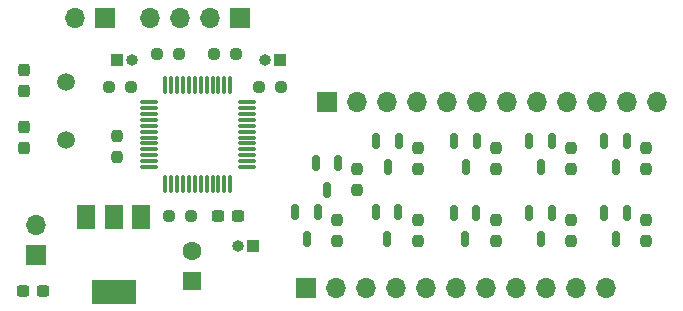
<source format=gbr>
%TF.GenerationSoftware,KiCad,Pcbnew,7.0.9*%
%TF.CreationDate,2025-01-22T01:01:42+01:00*%
%TF.ProjectId,MaotekEDP,4d616f74-656b-4454-9450-2e6b69636164,rev?*%
%TF.SameCoordinates,Original*%
%TF.FileFunction,Soldermask,Top*%
%TF.FilePolarity,Negative*%
%FSLAX46Y46*%
G04 Gerber Fmt 4.6, Leading zero omitted, Abs format (unit mm)*
G04 Created by KiCad (PCBNEW 7.0.9) date 2025-01-22 01:01:42*
%MOMM*%
%LPD*%
G01*
G04 APERTURE LIST*
G04 Aperture macros list*
%AMRoundRect*
0 Rectangle with rounded corners*
0 $1 Rounding radius*
0 $2 $3 $4 $5 $6 $7 $8 $9 X,Y pos of 4 corners*
0 Add a 4 corners polygon primitive as box body*
4,1,4,$2,$3,$4,$5,$6,$7,$8,$9,$2,$3,0*
0 Add four circle primitives for the rounded corners*
1,1,$1+$1,$2,$3*
1,1,$1+$1,$4,$5*
1,1,$1+$1,$6,$7*
1,1,$1+$1,$8,$9*
0 Add four rect primitives between the rounded corners*
20,1,$1+$1,$2,$3,$4,$5,0*
20,1,$1+$1,$4,$5,$6,$7,0*
20,1,$1+$1,$6,$7,$8,$9,0*
20,1,$1+$1,$8,$9,$2,$3,0*%
G04 Aperture macros list end*
%ADD10R,1.700000X1.700000*%
%ADD11O,1.700000X1.700000*%
%ADD12C,1.500000*%
%ADD13RoundRect,0.237500X-0.300000X-0.237500X0.300000X-0.237500X0.300000X0.237500X-0.300000X0.237500X0*%
%ADD14RoundRect,0.237500X0.237500X-0.250000X0.237500X0.250000X-0.237500X0.250000X-0.237500X-0.250000X0*%
%ADD15RoundRect,0.237500X-0.237500X0.250000X-0.237500X-0.250000X0.237500X-0.250000X0.237500X0.250000X0*%
%ADD16RoundRect,0.237500X0.250000X0.237500X-0.250000X0.237500X-0.250000X-0.237500X0.250000X-0.237500X0*%
%ADD17RoundRect,0.150000X-0.150000X0.512500X-0.150000X-0.512500X0.150000X-0.512500X0.150000X0.512500X0*%
%ADD18R,1.000000X1.000000*%
%ADD19O,1.000000X1.000000*%
%ADD20RoundRect,0.237500X-0.237500X0.300000X-0.237500X-0.300000X0.237500X-0.300000X0.237500X0.300000X0*%
%ADD21RoundRect,0.237500X0.300000X0.237500X-0.300000X0.237500X-0.300000X-0.237500X0.300000X-0.237500X0*%
%ADD22R,1.600000X1.600000*%
%ADD23C,1.600000*%
%ADD24RoundRect,0.075000X-0.662500X-0.075000X0.662500X-0.075000X0.662500X0.075000X-0.662500X0.075000X0*%
%ADD25RoundRect,0.075000X-0.075000X-0.662500X0.075000X-0.662500X0.075000X0.662500X-0.075000X0.662500X0*%
%ADD26RoundRect,0.237500X-0.250000X-0.237500X0.250000X-0.237500X0.250000X0.237500X-0.250000X0.237500X0*%
%ADD27R,1.500000X2.000000*%
%ADD28R,3.800000X2.000000*%
G04 APERTURE END LIST*
D10*
%TO.C,J9*%
X156723000Y-50292000D03*
D11*
X154183000Y-50292000D03*
%TD*%
D10*
%TO.C,J8*%
X175514000Y-57404000D03*
D11*
X178054000Y-57404000D03*
X180594000Y-57404000D03*
X183134000Y-57404000D03*
X185674000Y-57404000D03*
X188214000Y-57404000D03*
X190754000Y-57404000D03*
X193294000Y-57404000D03*
X195834000Y-57404000D03*
X198374000Y-57404000D03*
X200914000Y-57404000D03*
X203454000Y-57404000D03*
%TD*%
D12*
%TO.C,Y1*%
X153416000Y-60616000D03*
X153416000Y-55716000D03*
%TD*%
D13*
%TO.C,C13*%
X149759500Y-73406000D03*
X151484500Y-73406000D03*
%TD*%
D10*
%TO.C,J3*%
X168148000Y-50292000D03*
D11*
X165608000Y-50292000D03*
X163068000Y-50292000D03*
X160528000Y-50292000D03*
%TD*%
D14*
%TO.C,C19*%
X157734000Y-62126500D03*
X157734000Y-60301500D03*
%TD*%
D15*
%TO.C,R11*%
X202570000Y-67402500D03*
X202570000Y-69227500D03*
%TD*%
D16*
%TO.C,R14*%
X163980500Y-67056000D03*
X162155500Y-67056000D03*
%TD*%
D17*
%TO.C,Q7*%
X194564000Y-60706000D03*
X192664000Y-60706000D03*
X193614000Y-62981000D03*
%TD*%
D10*
%TO.C,J7*%
X150876000Y-70363000D03*
D11*
X150876000Y-67823000D03*
%TD*%
D18*
%TO.C,J4*%
X157734000Y-53848000D03*
D19*
X159004000Y-53848000D03*
%TD*%
D17*
%TO.C,Q8*%
X194564000Y-66802000D03*
X192664000Y-66802000D03*
X193614000Y-69077000D03*
%TD*%
D15*
%TO.C,R6*%
X189804000Y-61306500D03*
X189804000Y-63131500D03*
%TD*%
D20*
%TO.C,C18*%
X149860000Y-59589500D03*
X149860000Y-61314500D03*
%TD*%
D17*
%TO.C,Q1*%
X176464000Y-62616500D03*
X174564000Y-62616500D03*
X175514000Y-64891500D03*
%TD*%
D21*
%TO.C,C16*%
X167994500Y-67056000D03*
X166269500Y-67056000D03*
%TD*%
D16*
%TO.C,C22*%
X171600500Y-56134000D03*
X169775500Y-56134000D03*
%TD*%
%TO.C,R12*%
X158900500Y-56134000D03*
X157075500Y-56134000D03*
%TD*%
D17*
%TO.C,Q3*%
X181610000Y-60706000D03*
X179710000Y-60706000D03*
X180660000Y-62981000D03*
%TD*%
D22*
%TO.C,C14*%
X164084000Y-72579113D03*
D23*
X164084000Y-70079113D03*
%TD*%
D15*
%TO.C,R10*%
X202570000Y-61306500D03*
X202570000Y-63131500D03*
%TD*%
D10*
%TO.C,J2*%
X173736000Y-73152000D03*
D11*
X176276000Y-73152000D03*
X178816000Y-73152000D03*
X181356000Y-73152000D03*
X183896000Y-73152000D03*
X186436000Y-73152000D03*
X188976000Y-73152000D03*
X191516000Y-73152000D03*
X194056000Y-73152000D03*
X196596000Y-73152000D03*
X199136000Y-73152000D03*
%TD*%
D15*
%TO.C,R2*%
X178054000Y-63095500D03*
X178054000Y-64920500D03*
%TD*%
D17*
%TO.C,Q10*%
X200914000Y-66802000D03*
X199014000Y-66802000D03*
X199964000Y-69077000D03*
%TD*%
D24*
%TO.C,U1*%
X160429500Y-57452000D03*
X160429500Y-57952000D03*
X160429500Y-58452000D03*
X160429500Y-58952000D03*
X160429500Y-59452000D03*
X160429500Y-59952000D03*
X160429500Y-60452000D03*
X160429500Y-60952000D03*
X160429500Y-61452000D03*
X160429500Y-61952000D03*
X160429500Y-62452000D03*
X160429500Y-62952000D03*
D25*
X161842000Y-64364500D03*
X162342000Y-64364500D03*
X162842000Y-64364500D03*
X163342000Y-64364500D03*
X163842000Y-64364500D03*
X164342000Y-64364500D03*
X164842000Y-64364500D03*
X165342000Y-64364500D03*
X165842000Y-64364500D03*
X166342000Y-64364500D03*
X166842000Y-64364500D03*
X167342000Y-64364500D03*
D24*
X168754500Y-62952000D03*
X168754500Y-62452000D03*
X168754500Y-61952000D03*
X168754500Y-61452000D03*
X168754500Y-60952000D03*
X168754500Y-60452000D03*
X168754500Y-59952000D03*
X168754500Y-59452000D03*
X168754500Y-58952000D03*
X168754500Y-58452000D03*
X168754500Y-57952000D03*
X168754500Y-57452000D03*
D25*
X167342000Y-56039500D03*
X166842000Y-56039500D03*
X166342000Y-56039500D03*
X165842000Y-56039500D03*
X165342000Y-56039500D03*
X164842000Y-56039500D03*
X164342000Y-56039500D03*
X163842000Y-56039500D03*
X163342000Y-56039500D03*
X162842000Y-56039500D03*
X162342000Y-56039500D03*
X161842000Y-56039500D03*
%TD*%
D17*
%TO.C,Q9*%
X200914000Y-60706000D03*
X199014000Y-60706000D03*
X199964000Y-62981000D03*
%TD*%
D26*
%TO.C,C20*%
X161139500Y-53340000D03*
X162964500Y-53340000D03*
%TD*%
D17*
%TO.C,Q2*%
X174752000Y-66791000D03*
X172852000Y-66791000D03*
X173802000Y-69066000D03*
%TD*%
%TO.C,Q4*%
X181544000Y-66791000D03*
X179644000Y-66791000D03*
X180594000Y-69066000D03*
%TD*%
D26*
%TO.C,R13*%
X165965500Y-53340000D03*
X167790500Y-53340000D03*
%TD*%
D15*
%TO.C,R7*%
X189804000Y-67402500D03*
X189804000Y-69227500D03*
%TD*%
%TO.C,R9*%
X196220000Y-67402500D03*
X196220000Y-69227500D03*
%TD*%
%TO.C,R5*%
X183200000Y-67402500D03*
X183200000Y-69227500D03*
%TD*%
D18*
%TO.C,J6*%
X169306000Y-69596000D03*
D19*
X168036000Y-69596000D03*
%TD*%
D15*
%TO.C,R4*%
X183200000Y-61306500D03*
X183200000Y-63131500D03*
%TD*%
D18*
%TO.C,J5*%
X171592000Y-53848000D03*
D19*
X170322000Y-53848000D03*
%TD*%
D15*
%TO.C,R8*%
X196154000Y-61306500D03*
X196154000Y-63131500D03*
%TD*%
D27*
%TO.C,U2*%
X159766000Y-67208000D03*
X157466000Y-67208000D03*
D28*
X157466000Y-73508000D03*
D27*
X155166000Y-67208000D03*
%TD*%
D20*
%TO.C,C17*%
X149860000Y-54763500D03*
X149860000Y-56488500D03*
%TD*%
D15*
%TO.C,R3*%
X176408000Y-67402500D03*
X176408000Y-69227500D03*
%TD*%
D17*
%TO.C,Q6*%
X188148000Y-66802000D03*
X186248000Y-66802000D03*
X187198000Y-69077000D03*
%TD*%
%TO.C,Q5*%
X188214000Y-60706000D03*
X186314000Y-60706000D03*
X187264000Y-62981000D03*
%TD*%
M02*

</source>
